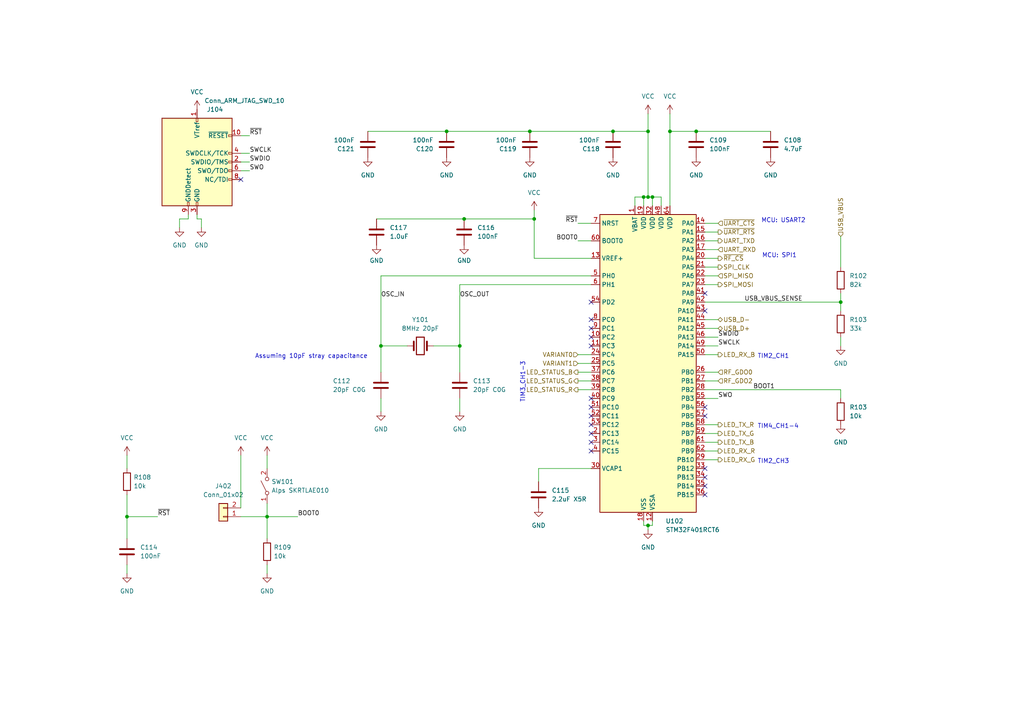
<source format=kicad_sch>
(kicad_sch (version 20230121) (generator eeschema)
  (paper "A4")
  (title_block (title "RF McQuack CC1101") (date "2023-11-10") (rev "1") (company "Andreas Sandberg <andreas@sandberg.uk>"))
  (lib_symbols
    (symbol "Connector:Conn_ARM_JTAG_SWD_10" (pin_names (offset 1.016))
      (property "Reference" "J" (at -2.54 16.51 0))
      (property "Value" "Conn_ARM_JTAG_SWD_10" (at -2.54 13.97 0))
      (symbol "Conn_ARM_JTAG_SWD_10_0_1"
        (rectangle (start -10.16 12.7) (end 10.16 -12.7) (stroke (width 0.254)) (fill (type background)))
        (rectangle (start -2.794 -12.7) (end -2.286 -11.684))
        (rectangle (start -0.254 -12.7) (end 0.254 -11.684))
        (rectangle (start -0.254 12.7) (end 0.254 11.684))
        (rectangle (start 9.144 2.286) (end 10.16 2.794))
        (rectangle (start 10.16 -2.794) (end 9.144 -2.286))
        (rectangle (start 10.16 -0.254) (end 9.144 0.254))
        (rectangle (start 10.16 7.874) (end 9.144 7.366))
      )
      (symbol "Conn_ARM_JTAG_SWD_10_1_1"
        (rectangle (start 9.144 -5.334) (end 10.16 -4.826))
        (pin power_in line (at 0 15.24 270) (length 2.54) (name "VTref") (number "1"))
        (pin open_collector line (at 12.7 7.62 180) (length 2.54) (name "~{RESET}") (number "10"))
        (pin bidirectional line (at 12.7 0 180) (length 2.54) (name "SWDIO/TMS") (number "2"))
        (pin power_in line (at 0 -15.24 90) (length 2.54) (name "GND") (number "3"))
        (pin output line (at 12.7 2.54 180) (length 2.54) (name "SWDCLK/TCK") (number "4"))
        (pin passive line (at 0 -15.24 90) (length 2.54) hide (name "GND") (number "5"))
        (pin input line (at 12.7 -2.54 180) (length 2.54) (name "SWO/TDO") (number "6"))
        (pin no_connect line (at -10.16 0 0) (length 2.54) hide (name "KEY") (number "7"))
        (pin output line (at 12.7 -5.08 180) (length 2.54) (name "NC/TDI") (number "8"))
        (pin passive line (at -2.54 -15.24 90) (length 2.54) (name "GNDDetect") (number "9"))
      )
    )
    (symbol "Connector_Generic:Conn_01x02" (pin_names (offset 1.016) hide)
      (property "Reference" "J" (at 0 2.54 0))
      (property "Value" "Conn_01x02" (at 0 -5.08 0))
      (symbol "Conn_01x02_1_1"
        (rectangle (start -1.27 -2.413) (end 0 -2.667) (stroke (width 0.1524)))
        (rectangle (start -1.27 0.127) (end 0 -0.127) (stroke (width 0.1524)))
        (rectangle (start -1.27 1.27) (end 1.27 -3.81) (stroke (width 0.254)) (fill (type background)))
        (pin passive line (at -5.08 0 0) (length 3.81) (name "Pin_1") (number "1"))
        (pin passive line (at -5.08 -2.54 0) (length 3.81) (name "Pin_2") (number "2"))
      )
    )
    (symbol "Device:C" (pin_numbers hide) (pin_names (offset 0.254))
      (property "Reference" "C" (at 0.635 2.54 0))
      (property "Value" "C" (at 0.635 -2.54 0))
      (symbol "C_0_1"
        (polyline (pts (xy -2.032 -0.762) (xy 2.032 -0.762)) (stroke (width 0.508)))
        (polyline (pts (xy -2.032 0.762) (xy 2.032 0.762)) (stroke (width 0.508)))
      )
      (symbol "C_1_1"
        (pin passive line (at 0 3.81 270) (length 2.794) (name "~") (number "1"))
        (pin passive line (at 0 -3.81 90) (length 2.794) (name "~") (number "2"))
      )
    )
    (symbol "Device:Crystal" (pin_numbers hide) (pin_names (offset 1.016) hide)
      (property "Reference" "Y" (at 0 3.81 0))
      (property "Value" "Crystal" (at 0 -3.81 0))
      (symbol "Crystal_0_1"
        (rectangle (start -1.143 2.54) (end 1.143 -2.54) (stroke (width 0.3048)))
        (polyline (pts (xy -2.54 0) (xy -1.905 0)))
        (polyline (pts (xy -1.905 -1.27) (xy -1.905 1.27)) (stroke (width 0.508)))
        (polyline (pts (xy 1.905 -1.27) (xy 1.905 1.27)) (stroke (width 0.508)))
        (polyline (pts (xy 2.54 0) (xy 1.905 0)))
      )
      (symbol "Crystal_1_1"
        (pin passive line (at -3.81 0 0) (length 1.27) (name "1") (number "1"))
        (pin passive line (at 3.81 0 180) (length 1.27) (name "2") (number "2"))
      )
    )
    (symbol "Device:R" (pin_numbers hide) (pin_names (offset 0))
      (property "Reference" "R" (at 2.032 0 90))
      (property "Value" "R" (at 0 0 90))
      (symbol "R_0_1"
        (rectangle (start -1.016 -2.54) (end 1.016 2.54) (stroke (width 0.254)))
      )
      (symbol "R_1_1"
        (pin passive line (at 0 3.81 270) (length 1.27) (name "~") (number "1"))
        (pin passive line (at 0 -3.81 90) (length 1.27) (name "~") (number "2"))
      )
    )
    (symbol "MCU_ST_STM32F4:STM32F401RCTx"
      (property "Reference" "U" (at -12.7 44.45 0))
      (property "Value" "STM32F401RCTx" (at 10.16 44.45 0))
      (symbol "STM32F401RCTx_0_1"
        (rectangle (start -12.7 -43.18) (end 15.24 43.18) (stroke (width 0.254)) (fill (type background)))
      )
      (symbol "STM32F401RCTx_1_1"
        (pin power_in line (at -2.54 45.72 270) (length 2.54) (name "VBAT") (number "1"))
        (pin bidirectional line (at -15.24 7.62 0) (length 2.54) (name "PC2") (number "10"))
        (pin bidirectional line (at -15.24 5.08 0) (length 2.54) (name "PC3") (number "11"))
        (pin power_in line (at 2.54 -45.72 90) (length 2.54) (name "VSSA") (number "12"))
        (pin input line (at -15.24 30.48 0) (length 2.54) (name "VREF+") (number "13"))
        (pin bidirectional line (at 17.78 40.64 180) (length 2.54) (name "PA0") (number "14"))
        (pin bidirectional line (at 17.78 38.1 180) (length 2.54) (name "PA1") (number "15"))
        (pin bidirectional line (at 17.78 35.56 180) (length 2.54) (name "PA2") (number "16"))
        (pin bidirectional line (at 17.78 33.02 180) (length 2.54) (name "PA3") (number "17"))
        (pin power_in line (at 0 -45.72 90) (length 2.54) (name "VSS") (number "18"))
        (pin power_in line (at 0 45.72 270) (length 2.54) (name "VDD") (number "19"))
        (pin bidirectional line (at -15.24 -20.32 0) (length 2.54) (name "PC13") (number "2"))
        (pin bidirectional line (at 17.78 30.48 180) (length 2.54) (name "PA4") (number "20"))
        (pin bidirectional line (at 17.78 27.94 180) (length 2.54) (name "PA5") (number "21"))
        (pin bidirectional line (at 17.78 25.4 180) (length 2.54) (name "PA6") (number "22"))
        (pin bidirectional line (at 17.78 22.86 180) (length 2.54) (name "PA7") (number "23"))
        (pin bidirectional line (at -15.24 2.54 0) (length 2.54) (name "PC4") (number "24"))
        (pin bidirectional line (at -15.24 0 0) (length 2.54) (name "PC5") (number "25"))
        (pin bidirectional line (at 17.78 -2.54 180) (length 2.54) (name "PB0") (number "26"))
        (pin bidirectional line (at 17.78 -5.08 180) (length 2.54) (name "PB1") (number "27"))
        (pin bidirectional line (at 17.78 -7.62 180) (length 2.54) (name "PB2") (number "28"))
        (pin bidirectional line (at 17.78 -27.94 180) (length 2.54) (name "PB10") (number "29"))
        (pin bidirectional line (at -15.24 -22.86 0) (length 2.54) (name "PC14") (number "3"))
        (pin power_out line (at -15.24 -30.48 0) (length 2.54) (name "VCAP1") (number "30"))
        (pin passive line (at 0 -45.72 90) (length 2.54) hide (name "VSS") (number "31"))
        (pin power_in line (at 2.54 45.72 270) (length 2.54) (name "VDD") (number "32"))
        (pin bidirectional line (at 17.78 -30.48 180) (length 2.54) (name "PB12") (number "33"))
        (pin bidirectional line (at 17.78 -33.02 180) (length 2.54) (name "PB13") (number "34"))
        (pin bidirectional line (at 17.78 -35.56 180) (length 2.54) (name "PB14") (number "35"))
        (pin bidirectional line (at 17.78 -38.1 180) (length 2.54) (name "PB15") (number "36"))
        (pin bidirectional line (at -15.24 -2.54 0) (length 2.54) (name "PC6") (number "37"))
        (pin bidirectional line (at -15.24 -5.08 0) (length 2.54) (name "PC7") (number "38"))
        (pin bidirectional line (at -15.24 -7.62 0) (length 2.54) (name "PC8") (number "39"))
        (pin bidirectional line (at -15.24 -25.4 0) (length 2.54) (name "PC15") (number "4"))
        (pin bidirectional line (at -15.24 -10.16 0) (length 2.54) (name "PC9") (number "40"))
        (pin bidirectional line (at 17.78 20.32 180) (length 2.54) (name "PA8") (number "41"))
        (pin bidirectional line (at 17.78 17.78 180) (length 2.54) (name "PA9") (number "42"))
        (pin bidirectional line (at 17.78 15.24 180) (length 2.54) (name "PA10") (number "43"))
        (pin bidirectional line (at 17.78 12.7 180) (length 2.54) (name "PA11") (number "44"))
        (pin bidirectional line (at 17.78 10.16 180) (length 2.54) (name "PA12") (number "45"))
        (pin bidirectional line (at 17.78 7.62 180) (length 2.54) (name "PA13") (number "46"))
        (pin passive line (at 0 -45.72 90) (length 2.54) hide (name "VSS") (number "47"))
        (pin power_in line (at 5.08 45.72 270) (length 2.54) (name "VDD") (number "48"))
        (pin bidirectional line (at 17.78 5.08 180) (length 2.54) (name "PA14") (number "49"))
        (pin bidirectional line (at -15.24 25.4 0) (length 2.54) (name "PH0") (number "5"))
        (pin bidirectional line (at 17.78 2.54 180) (length 2.54) (name "PA15") (number "50"))
        (pin bidirectional line (at -15.24 -12.7 0) (length 2.54) (name "PC10") (number "51"))
        (pin bidirectional line (at -15.24 -15.24 0) (length 2.54) (name "PC11") (number "52"))
        (pin bidirectional line (at -15.24 -17.78 0) (length 2.54) (name "PC12") (number "53"))
        (pin bidirectional line (at -15.24 17.78 0) (length 2.54) (name "PD2") (number "54"))
        (pin bidirectional line (at 17.78 -10.16 180) (length 2.54) (name "PB3") (number "55"))
        (pin bidirectional line (at 17.78 -12.7 180) (length 2.54) (name "PB4") (number "56"))
        (pin bidirectional line (at 17.78 -15.24 180) (length 2.54) (name "PB5") (number "57"))
        (pin bidirectional line (at 17.78 -17.78 180) (length 2.54) (name "PB6") (number "58"))
        (pin bidirectional line (at 17.78 -20.32 180) (length 2.54) (name "PB7") (number "59"))
        (pin bidirectional line (at -15.24 22.86 0) (length 2.54) (name "PH1") (number "6"))
        (pin input line (at -15.24 35.56 0) (length 2.54) (name "BOOT0") (number "60"))
        (pin bidirectional line (at 17.78 -22.86 180) (length 2.54) (name "PB8") (number "61"))
        (pin bidirectional line (at 17.78 -25.4 180) (length 2.54) (name "PB9") (number "62"))
        (pin passive line (at 0 -45.72 90) (length 2.54) hide (name "VSS") (number "63"))
        (pin power_in line (at 7.62 45.72 270) (length 2.54) (name "VDD") (number "64"))
        (pin input line (at -15.24 40.64 0) (length 2.54) (name "NRST") (number "7"))
        (pin bidirectional line (at -15.24 12.7 0) (length 2.54) (name "PC0") (number "8"))
        (pin bidirectional line (at -15.24 10.16 0) (length 2.54) (name "PC1") (number "9"))
      )
    )
    (symbol "Switch:SW_SPST" (pin_names (offset 0) hide)
      (property "Reference" "SW" (at 0 3.175 0))
      (property "Value" "SW_SPST" (at 0 -2.54 0))
      (symbol "SW_SPST_0_0"
        (circle (center -2.032 0) (radius 0.508))
        (polyline (pts (xy -1.524 0.254) (xy 1.524 1.778)))
        (circle (center 2.032 0) (radius 0.508))
      )
      (symbol "SW_SPST_1_1"
        (pin passive line (at -5.08 0 0) (length 2.54) (name "A") (number "1"))
        (pin passive line (at 5.08 0 180) (length 2.54) (name "B") (number "2"))
      )
    )
    (symbol "power:GND" (power) (pin_names (offset 0))
      (property "Value" "GND" (at 0 -3.81 0))
      (symbol "GND_0_1"
        (polyline (pts (xy 0 0) (xy 0 -1.27) (xy 1.27 -1.27) (xy 0 -2.54) (xy -1.27 -1.27) (xy 0 -1.27)))
      )
      (symbol "GND_1_1"
        (pin power_in line (at 0 0 270) (length 0) hide (name "GND") (number "1"))
      )
    )
    (symbol "power:VCC" (power) (pin_names (offset 0))
      (property "Value" "VCC" (at 0 3.81 0))
      (symbol "VCC_0_1"
        (polyline (pts (xy -0.762 1.27) (xy 0 2.54)))
        (polyline (pts (xy 0 0) (xy 0 2.54)))
        (polyline (pts (xy 0 2.54) (xy 0.762 1.27)))
      )
      (symbol "VCC_1_1"
        (pin power_in line (at 0 0 90) (length 0) hide (name "VCC") (number "1"))
      )
    )
  )
  (junction (at 129.54 38.1))
  (junction (at 187.96 38.1))
  (junction (at 36.83 149.86))
  (junction (at 186.69 57.15))
  (junction (at 177.8 38.1))
  (junction (at 134.62 63.5))
  (junction (at 194.31 38.1))
  (junction (at 110.49 100.33))
  (junction (at 77.47 149.86))
  (junction (at 133.35 100.33))
  (junction (at 189.23 57.15))
  (junction (at 154.94 63.5))
  (junction (at 243.84 87.63))
  (junction (at 201.93 38.1))
  (junction (at 187.96 152.4))
  (junction (at 153.67 38.1))
  (junction (at 187.96 57.15))
  (no_connect (at 171.45 115.57))
  (no_connect (at 204.47 85.09))
  (no_connect (at 171.45 128.27))
  (no_connect (at 171.45 95.25))
  (no_connect (at 204.47 135.89))
  (no_connect (at 171.45 125.73))
  (no_connect (at 204.47 138.43))
  (no_connect (at 171.45 92.71))
  (no_connect (at 171.45 130.81))
  (no_connect (at 171.45 123.19))
  (no_connect (at 171.45 100.33))
  (no_connect (at 204.47 140.97))
  (no_connect (at 204.47 90.17))
  (no_connect (at 171.45 97.79))
  (no_connect (at 171.45 87.63))
  (no_connect (at 204.47 118.11))
  (no_connect (at 171.45 118.11))
  (no_connect (at 171.45 120.65))
  (no_connect (at 204.47 143.51))
  (no_connect (at 69.85 52.07))
  (no_connect (at 204.47 120.65))
  (wire (pts (xy 58.42 63.5) (xy 58.42 66.04)))
  (wire (pts (xy 243.84 113.03) (xy 243.84 115.57)))
  (wire (pts (xy 69.85 149.86) (xy 77.47 149.86)))
  (wire (pts (xy 36.83 132.08) (xy 36.83 135.89)))
  (wire (pts (xy 187.96 57.15) (xy 189.23 57.15)))
  (wire (pts (xy 204.47 77.47) (xy 208.28 77.47)))
  (wire (pts (xy 204.47 64.77) (xy 208.28 64.77)))
  (wire (pts (xy 36.83 163.83) (xy 36.83 166.37)))
  (wire (pts (xy 194.31 33.02) (xy 194.31 38.1)))
  (wire (pts (xy 204.47 133.35) (xy 208.28 133.35)))
  (wire (pts (xy 187.96 152.4) (xy 187.96 153.67)))
  (wire (pts (xy 194.31 38.1) (xy 194.31 59.69)))
  (wire (pts (xy 171.45 107.95) (xy 167.64 107.95)))
  (wire (pts (xy 243.84 85.09) (xy 243.84 87.63)))
  (wire (pts (xy 187.96 152.4) (xy 189.23 152.4)))
  (wire (pts (xy 204.47 123.19) (xy 208.28 123.19)))
  (wire (pts (xy 204.47 95.25) (xy 208.28 95.25)))
  (wire (pts (xy 57.15 62.23) (xy 57.15 63.5)))
  (wire (pts (xy 204.47 125.73) (xy 208.28 125.73)))
  (wire (pts (xy 204.47 113.03) (xy 243.84 113.03)))
  (wire (pts (xy 69.85 49.53) (xy 72.39 49.53)))
  (wire (pts (xy 54.61 62.23) (xy 54.61 63.5)))
  (wire (pts (xy 204.47 128.27) (xy 208.28 128.27)))
  (wire (pts (xy 201.93 38.1) (xy 223.52 38.1)))
  (wire (pts (xy 133.35 82.55) (xy 133.35 100.33)))
  (wire (pts (xy 156.21 139.7) (xy 156.21 135.89)))
  (wire (pts (xy 171.45 102.87) (xy 167.64 102.87)))
  (wire (pts (xy 194.31 38.1) (xy 201.93 38.1)))
  (wire (pts (xy 36.83 143.51) (xy 36.83 149.86)))
  (wire (pts (xy 171.45 110.49) (xy 167.64 110.49)))
  (wire (pts (xy 154.94 74.93) (xy 171.45 74.93)))
  (wire (pts (xy 110.49 115.57) (xy 110.49 119.38)))
  (wire (pts (xy 186.69 57.15) (xy 187.96 57.15)))
  (wire (pts (xy 69.85 39.37) (xy 72.39 39.37)))
  (wire (pts (xy 110.49 80.01) (xy 110.49 100.33)))
  (wire (pts (xy 171.45 113.03) (xy 167.64 113.03)))
  (wire (pts (xy 69.85 44.45) (xy 72.39 44.45)))
  (wire (pts (xy 156.21 135.89) (xy 171.45 135.89)))
  (wire (pts (xy 77.47 146.05) (xy 77.47 149.86)))
  (wire (pts (xy 243.84 97.79) (xy 243.84 100.33)))
  (wire (pts (xy 186.69 151.13) (xy 186.69 152.4)))
  (wire (pts (xy 189.23 152.4) (xy 189.23 151.13)))
  (wire (pts (xy 106.68 38.1) (xy 129.54 38.1)))
  (wire (pts (xy 36.83 149.86) (xy 45.72 149.86)))
  (wire (pts (xy 77.47 149.86) (xy 77.47 156.21)))
  (wire (pts (xy 52.07 63.5) (xy 52.07 66.04)))
  (wire (pts (xy 189.23 57.15) (xy 191.77 57.15)))
  (wire (pts (xy 133.35 82.55) (xy 171.45 82.55)))
  (wire (pts (xy 171.45 105.41) (xy 167.64 105.41)))
  (wire (pts (xy 110.49 80.01) (xy 171.45 80.01)))
  (wire (pts (xy 129.54 38.1) (xy 153.67 38.1)))
  (wire (pts (xy 77.47 163.83) (xy 77.47 166.37)))
  (wire (pts (xy 204.47 92.71) (xy 208.28 92.71)))
  (wire (pts (xy 77.47 149.86) (xy 86.36 149.86)))
  (wire (pts (xy 204.47 102.87) (xy 208.28 102.87)))
  (wire (pts (xy 204.47 82.55) (xy 208.28 82.55)))
  (wire (pts (xy 57.15 63.5) (xy 58.42 63.5)))
  (wire (pts (xy 186.69 152.4) (xy 187.96 152.4)))
  (wire (pts (xy 204.47 67.31) (xy 208.28 67.31)))
  (wire (pts (xy 184.15 57.15) (xy 186.69 57.15)))
  (wire (pts (xy 69.85 132.08) (xy 69.85 147.32)))
  (wire (pts (xy 204.47 87.63) (xy 243.84 87.63)))
  (wire (pts (xy 153.67 38.1) (xy 177.8 38.1)))
  (wire (pts (xy 154.94 60.96) (xy 154.94 63.5)))
  (wire (pts (xy 204.47 115.57) (xy 208.28 115.57)))
  (wire (pts (xy 133.35 115.57) (xy 133.35 119.38)))
  (wire (pts (xy 187.96 38.1) (xy 187.96 57.15)))
  (wire (pts (xy 204.47 107.95) (xy 208.28 107.95)))
  (wire (pts (xy 189.23 57.15) (xy 189.23 59.69)))
  (wire (pts (xy 204.47 110.49) (xy 208.28 110.49)))
  (wire (pts (xy 243.84 87.63) (xy 243.84 90.17)))
  (wire (pts (xy 154.94 63.5) (xy 154.94 74.93)))
  (wire (pts (xy 134.62 63.5) (xy 154.94 63.5)))
  (wire (pts (xy 110.49 100.33) (xy 110.49 107.95)))
  (wire (pts (xy 177.8 38.1) (xy 187.96 38.1)))
  (wire (pts (xy 133.35 100.33) (xy 133.35 107.95)))
  (wire (pts (xy 167.64 69.85) (xy 171.45 69.85)))
  (wire (pts (xy 125.73 100.33) (xy 133.35 100.33)))
  (wire (pts (xy 243.84 68.58) (xy 243.84 77.47)))
  (wire (pts (xy 204.47 74.93) (xy 208.28 74.93)))
  (wire (pts (xy 186.69 57.15) (xy 186.69 59.69)))
  (wire (pts (xy 204.47 80.01) (xy 208.28 80.01)))
  (wire (pts (xy 69.85 46.99) (xy 72.39 46.99)))
  (wire (pts (xy 54.61 63.5) (xy 52.07 63.5)))
  (wire (pts (xy 204.47 130.81) (xy 208.28 130.81)))
  (wire (pts (xy 204.47 72.39) (xy 208.28 72.39)))
  (wire (pts (xy 109.22 63.5) (xy 134.62 63.5)))
  (wire (pts (xy 167.64 64.77) (xy 171.45 64.77)))
  (wire (pts (xy 187.96 33.02) (xy 187.96 38.1)))
  (wire (pts (xy 191.77 57.15) (xy 191.77 59.69)))
  (wire (pts (xy 36.83 149.86) (xy 36.83 156.21)))
  (wire (pts (xy 77.47 132.08) (xy 77.47 135.89)))
  (wire (pts (xy 110.49 100.33) (xy 118.11 100.33)))
  (wire (pts (xy 204.47 100.33) (xy 208.28 100.33)))
  (wire (pts (xy 204.47 97.79) (xy 208.28 97.79)))
  (wire (pts (xy 204.47 69.85) (xy 208.28 69.85)))
  (wire (pts (xy 184.15 59.69) (xy 184.15 57.15)))
  (text "TIM2_CH1" (at 219.71 104.14 0) (effects (font (size 1.27 1.27)) (justify left bottom)))
  (text "TIM3_CH1-3" (at 152.4 116.84 90) (effects (font (size 1.27 1.27)) (justify left bottom)))
  (text "MCU: USART2" (at 233.68 64.77 0) (effects (font (size 1.27 1.27)) (justify right bottom)))
  (text "TIM4_CH1-4" (at 219.71 124.46 0) (effects (font (size 1.27 1.27)) (justify left bottom)))
  (text "Assuming 10pF stray capacitance\n" (at 106.68 104.14 0) (effects (font (size 1.27 1.27)) (justify right bottom)))
  (text "TIM2_CH3" (at 219.71 134.62 0) (effects (font (size 1.27 1.27)) (justify left bottom)))
  (text "MCU: SPI1" (at 231.14 74.93 0) (effects (font (size 1.27 1.27)) (justify right bottom)))
  (label "USB_VBUS_SENSE" (at 215.9 87.63 0))
  (label "OSC_IN" (at 110.49 86.36 0))
  (label "~{RST}" (at 45.72 149.86 0))
  (label "BOOT1" (at 218.44 113.03 0))
  (label "SWDIO" (at 72.39 46.99 0))
  (label "BOOT0" (at 86.36 149.86 0))
  (label "BOOT0" (at 167.64 69.85 180))
  (label "SWCLK" (at 208.28 100.33 0))
  (label "~{RST}" (at 167.64 64.77 180))
  (label "OSC_OUT" (at 133.35 86.36 0))
  (label "SWO" (at 72.39 49.53 0))
  (label "SWCLK" (at 72.39 44.45 0))
  (label "~{RST}" (at 72.39 39.37 0))
  (label "SWO" (at 208.28 115.57 0))
  (label "SWDIO" (at 208.28 97.79 0))
  (hierarchical_label "USB_D-" (shape bidirectional) (at 208.28 92.71 0))
  (hierarchical_label "VARIANT0" (shape input) (at 167.64 102.87 180))
  (hierarchical_label "LED_STATUS_G" (shape output) (at 167.64 110.49 180))
  (hierarchical_label "SPI_MOSI" (shape output) (at 208.28 82.55 0))
  (hierarchical_label "USB_VBUS" (shape input) (at 243.84 68.58 90))
  (hierarchical_label "USB_D+" (shape bidirectional) (at 208.28 95.25 0))
  (hierarchical_label "~{UART_CTS}" (shape input) (at 208.28 64.77 0))
  (hierarchical_label "UART_RXD" (shape input) (at 208.28 72.39 0))
  (hierarchical_label "LED_STATUS_R" (shape output) (at 167.64 113.03 180))
  (hierarchical_label "SPI_MISO" (shape input) (at 208.28 80.01 0))
  (hierarchical_label "VARIANT1" (shape input) (at 167.64 105.41 180))
  (hierarchical_label "LED_TX_R" (shape output) (at 208.28 123.19 0))
  (hierarchical_label "~{UART_RTS}" (shape output) (at 208.28 67.31 0))
  (hierarchical_label "RF_GDO0" (shape input) (at 208.28 107.95 0))
  (hierarchical_label "RF_GDO2" (shape input) (at 208.28 110.49 0))
  (hierarchical_label "LED_TX_B" (shape output) (at 208.28 128.27 0))
  (hierarchical_label "LED_STATUS_B" (shape output) (at 167.64 107.95 180))
  (hierarchical_label "LED_RX_G" (shape output) (at 208.28 133.35 0))
  (hierarchical_label "LED_TX_G" (shape output) (at 208.28 125.73 0))
  (hierarchical_label "LED_RX_R" (shape output) (at 208.28 130.81 0))
  (hierarchical_label "SPI_CLK" (shape output) (at 208.28 77.47 0))
  (hierarchical_label "LED_RX_B" (shape output) (at 208.28 102.87 0))
  (hierarchical_label "~{RF_CS}" (shape output) (at 208.28 74.93 0))
  (hierarchical_label "UART_TXD" (shape output) (at 208.28 69.85 0))
  (symbol (lib_id "Device:C") (at 156.21 143.51 180) (unit 1)
    (property "Reference" "C115" (at 160.02 142.24 0) (effects (justify right)))
    (property "Value" "2.2uF X5R" (at 160.02 144.78 0) (effects (justify right)))
    (property "Footprint" "Capacitor_SMD:C_0603_1608Metric" (effects hide))
    (property "LCSC Part #" "C23630" (effects hide))
    (instances (project "cc1quack" (path "" (reference "C115") (unit 1)) (path "" (reference "C406") (unit 1))))
  )
  (symbol (lib_id "power:GND") (at 58.42 66.04 0) (unit 1)
    (property "Reference" "#PWR0150" (effects hide))
    (property "Value" "GND" (at 58.42 71.12 0))
    (instances (project "cc1quack" (path "" (reference "#PWR0150") (unit 1)) (path "" (reference "#PWR0408") (unit 1))))
  )
  (symbol (lib_id "MCU_ST_STM32F4:STM32F401RCTx") (at 186.69 105.41 0) (unit 1)
    (property "Reference" "U102" (at 193.04 151.13 0) (effects (justify left)))
    (property "Value" "STM32F401RCT6" (at 193.04 153.67 0) (effects (justify left)))
    (property "Footprint" "Package_QFP:LQFP-64_10x10mm_P0.5mm" (effects hide))
    (property "Datasheet" "https://www.st.com/resource/en/datasheet/stm32f401rc.pdf" (effects hide))
    (property "LCSC Part #" "C74524" (effects hide))
    (instances (project "cc1quack" (path "" (reference "U102") (unit 1)) (path "" (reference "U401") (unit 1))))
  )
  (symbol (lib_id "Device:C") (at 134.62 67.31 0) (mirror x) (unit 1)
    (property "Reference" "C116" (at 138.43 66.04 0) (effects (justify left)))
    (property "Value" "100nF" (at 138.43 68.58 0) (effects (justify left)))
    (property "Footprint" "Capacitor_SMD:C_0603_1608Metric" (effects hide))
    (property "LCSC Part #" "C14663" (effects hide))
    (instances (project "cc1quack" (path "" (reference "C116") (unit 1)) (path "" (reference "C405") (unit 1))))
  )
  (symbol (lib_id "Device:C") (at 177.8 41.91 0) (mirror y) (unit 1)
    (property "Reference" "C118" (at 173.99 43.18 0) (effects (justify left)))
    (property "Value" "100nF" (at 173.99 40.64 0) (effects (justify left)))
    (property "Footprint" "Capacitor_SMD:C_0603_1608Metric" (effects hide))
    (property "LCSC Part #" "C14663" (effects hide))
    (instances (project "cc1quack" (path "" (reference "C118") (unit 1)) (path "" (reference "C409") (unit 1))))
  )
  (symbol (lib_id "Device:C") (at 153.67 41.91 0) (mirror y) (unit 1)
    (property "Reference" "C119" (at 149.86 43.18 0) (effects (justify left)))
    (property "Value" "100nF" (at 149.86 40.64 0) (effects (justify left)))
    (property "Footprint" "Capacitor_SMD:C_0603_1608Metric" (effects hide))
    (property "LCSC Part #" "C14663" (effects hide))
    (instances (project "cc1quack" (path "" (reference "C119") (unit 1)) (path "" (reference "C410") (unit 1))))
  )
  (symbol (lib_id "power:VCC") (at 187.96 33.02 0) (unit 1)
    (property "Reference" "#PWR0156" (effects hide))
    (property "Value" "VCC" (at 187.96 27.94 0))
    (instances (project "cc1quack" (path "" (reference "#PWR0156") (unit 1)) (path "" (reference "#PWR0421") (unit 1))))
  )
  (symbol (lib_id "power:GND") (at 201.93 45.72 0) (unit 1)
    (property "Reference" "#PWR0154" (effects hide))
    (property "Value" "GND" (at 201.93 50.8 0))
    (instances (project "cc1quack" (path "" (reference "#PWR0154") (unit 1)) (path "" (reference "#PWR0419") (unit 1))))
  )
  (symbol (lib_id "Device:C") (at 201.93 41.91 0) (mirror x) (unit 1)
    (property "Reference" "C109" (at 205.74 40.64 0) (effects (justify left)))
    (property "Value" "100nF" (at 205.74 43.18 0) (effects (justify left)))
    (property "Footprint" "Capacitor_SMD:C_0603_1608Metric" (effects hide))
    (property "LCSC Part #" "C14663" (effects hide))
    (instances (project "cc1quack" (path "" (reference "C109") (unit 1)) (path "" (reference "C407") (unit 1))))
  )
  (symbol (lib_id "Device:C") (at 36.83 160.02 0) (mirror x) (unit 1)
    (property "Reference" "C114" (at 40.64 158.75 0) (effects (justify left)))
    (property "Value" "100nF" (at 40.64 161.29 0) (effects (justify left)))
    (property "Footprint" "Capacitor_SMD:C_0603_1608Metric" (effects hide))
    (property "LCSC Part #" "C14663" (effects hide))
    (instances (project "cc1quack" (path "" (reference "C114") (unit 1)) (path "" (reference "C401") (unit 1))))
  )
  (symbol (lib_id "power:GND") (at 129.54 45.72 0) (unit 1)
    (property "Reference" "#PWR0151" (effects hide))
    (property "Value" "GND" (at 129.54 50.8 0))
    (instances (project "cc1quack" (path "" (reference "#PWR0151") (unit 1)) (path "" (reference "#PWR0424") (unit 1))))
  )
  (symbol (lib_id "Connector:Conn_ARM_JTAG_SWD_10") (at 57.15 46.99 0) (unit 1) (in_bom no)
    (property "Reference" "J104" (at 64.77 31.75 0) (effects (justify right)))
    (property "Value" "Conn_ARM_JTAG_SWD_10" (at 82.55 29.21 0) (effects (justify right)))
    (property "Footprint" "Connector:Tag-Connect_TC2050-IDC-NL_2x05_P1.27mm_Vertical_with_bottom_clip" (effects hide))
    (property "Datasheet" "http://infocenter.arm.com/help/topic/com.arm.doc.ddi0314h/DDI0314H_coresight_components_trm.pdf" (effects hide))
    (instances (project "cc1quack" (path "" (reference "J104") (unit 1)) (path "" (reference "J401") (unit 1))))
  )
  (symbol (lib_id "power:GND") (at 77.47 166.37 0) (unit 1)
    (property "Reference" "#PWR0132" (effects hide))
    (property "Value" "GND" (at 77.47 171.45 0))
    (instances (project "cc1quack" (path "" (reference "#PWR0132") (unit 1)) (path "" (reference "#PWR0404") (unit 1))))
  )
  (symbol (lib_id "power:VCC") (at 69.85 132.08 0) (unit 1)
    (property "Reference" "#PWR0125" (effects hide))
    (property "Value" "VCC" (at 69.85 127 0))
    (instances (project "cc1quack" (path "" (reference "#PWR0125") (unit 1)) (path "" (reference "#PWR0426") (unit 1))))
  )
  (symbol (lib_id "power:GND") (at 52.07 66.04 0) (unit 1)
    (property "Reference" "#PWR0134" (effects hide))
    (property "Value" "GND" (at 52.07 71.12 0))
    (instances (project "cc1quack" (path "" (reference "#PWR0134") (unit 1)) (path "" (reference "#PWR0406") (unit 1))))
  )
  (symbol (lib_id "power:GND") (at 223.52 45.72 0) (unit 1)
    (property "Reference" "#PWR0155" (effects hide))
    (property "Value" "GND" (at 223.52 50.8 0))
    (instances (project "cc1quack" (path "" (reference "#PWR0155") (unit 1)) (path "" (reference "#PWR0420") (unit 1))))
  )
  (symbol (lib_id "Device:C") (at 109.22 67.31 180) (unit 1)
    (property "Reference" "C117" (at 113.03 66.04 0) (effects (justify right)))
    (property "Value" "1.0uF" (at 113.03 68.58 0) (effects (justify right)))
    (property "Footprint" "Capacitor_SMD:C_0603_1608Metric" (effects hide))
    (property "LCSC Part #" "C15849" (effects hide))
    (instances (project "cc1quack" (path "" (reference "C117") (unit 1)) (path "" (reference "C404") (unit 1))))
  )
  (symbol (lib_id "Device:R") (at 77.47 160.02 0) (unit 1)
    (property "Reference" "R109" (at 79.375 158.7499 0) (effects (justify left)))
    (property "Value" "10k" (at 79.375 161.2899 0) (effects (justify left)))
    (property "Footprint" "Resistor_SMD:R_0603_1608Metric" (effects hide))
    (property "LCSC Part #" "C25804" (effects hide))
    (instances (project "cc1quack" (path "" (reference "R109") (unit 1)) (path "" (reference "R402") (unit 1))))
  )
  (symbol (lib_id "power:GND") (at 133.35 119.38 0) (unit 1)
    (property "Reference" "#PWR0123" (effects hide))
    (property "Value" "GND" (at 133.35 124.46 0))
    (instances (project "cc1quack" (path "" (reference "#PWR0123") (unit 1)) (path "" (reference "#PWR0411") (unit 1))))
  )
  (symbol (lib_id "Connector_Generic:Conn_01x02") (at 64.77 149.86 180) (unit 1) (in_bom no)
    (property "Reference" "J402" (at 64.77 140.97 0))
    (property "Value" "Conn_01x02" (at 64.77 143.51 0))
    (property "Footprint" "Connector_PinHeader_2.54mm:PinHeader_1x02_P2.54mm_Vertical" (effects hide))
  )
  (symbol (lib_id "power:GND") (at 156.21 147.32 0) (unit 1)
    (property "Reference" "#PWR0137" (effects hide))
    (property "Value" "GND" (at 156.21 152.4 0))
    (instances (project "cc1quack" (path "" (reference "#PWR0137") (unit 1)) (path "" (reference "#PWR0415") (unit 1))))
  )
  (symbol (lib_id "power:VCC") (at 36.83 132.08 0) (unit 1)
    (property "Reference" "#PWR0124" (effects hide))
    (property "Value" "VCC" (at 36.83 127 0))
    (instances (project "cc1quack" (path "" (reference "#PWR0124") (unit 1)) (path "" (reference "#PWR0401") (unit 1))))
  )
  (symbol (lib_id "power:GND") (at 134.62 71.12 0) (unit 1)
    (property "Reference" "#PWR0138" (effects hide))
    (property "Value" "GND" (at 134.62 75.565 0))
    (instances (project "cc1quack" (path "" (reference "#PWR0138") (unit 1)) (path "" (reference "#PWR0413") (unit 1))))
  )
  (symbol (lib_id "power:GND") (at 243.84 123.19 0) (unit 1)
    (property "Reference" "#PWR0130" (effects hide))
    (property "Value" "GND" (at 243.84 128.27 0))
    (instances (project "cc1quack" (path "" (reference "#PWR0130") (unit 1)) (path "" (reference "#PWR0417") (unit 1))))
  )
  (symbol (lib_id "Device:R") (at 243.84 119.38 180) (unit 1)
    (property "Reference" "R103" (at 246.38 118.11 0) (effects (justify right)))
    (property "Value" "10k" (at 246.38 120.65 0) (effects (justify right)))
    (property "Footprint" "Resistor_SMD:R_0603_1608Metric" (effects hide))
    (property "LCSC Part #" "C25804" (effects hide))
    (instances (project "cc1quack" (path "" (reference "R103") (unit 1)) (path "" (reference "R204") (unit 1)) (path "" (reference "R405") (unit 1))))
  )
  (symbol (lib_id "power:GND") (at 177.8 45.72 0) (unit 1)
    (property "Reference" "#PWR0153" (effects hide))
    (property "Value" "GND" (at 177.8 50.8 0))
    (instances (project "cc1quack" (path "" (reference "#PWR0153") (unit 1)) (path "" (reference "#PWR0422") (unit 1))))
  )
  (symbol (lib_id "Device:C") (at 106.68 41.91 0) (mirror y) (unit 1)
    (property "Reference" "C121" (at 102.87 43.18 0) (effects (justify left)))
    (property "Value" "100nF" (at 102.87 40.64 0) (effects (justify left)))
    (property "Footprint" "Capacitor_SMD:C_0603_1608Metric" (effects hide))
    (property "LCSC Part #" "C14663" (effects hide))
    (instances (project "cc1quack" (path "" (reference "C121") (unit 1)) (path "" (reference "C412") (unit 1))))
  )
  (symbol (lib_id "power:VCC") (at 77.47 132.08 0) (unit 1)
    (property "Reference" "#PWR0125" (effects hide))
    (property "Value" "VCC" (at 77.47 127 0))
    (instances (project "cc1quack" (path "" (reference "#PWR0125") (unit 1)) (path "" (reference "#PWR0403") (unit 1))))
  )
  (symbol (lib_id "power:GND") (at 153.67 45.72 0) (unit 1)
    (property "Reference" "#PWR0152" (effects hide))
    (property "Value" "GND" (at 153.67 50.8 0))
    (instances (project "cc1quack" (path "" (reference "#PWR0152") (unit 1)) (path "" (reference "#PWR0423") (unit 1))))
  )
  (symbol (lib_id "power:GND") (at 243.84 100.33 0) (unit 1)
    (property "Reference" "#PWR0101" (effects hide))
    (property "Value" "GND" (at 243.84 105.41 0))
    (instances (project "cc1quack" (path "" (reference "#PWR0101") (unit 1)) (path "" (reference "#PWR0210") (unit 1)) (path "" (reference "#PWR0405") (unit 1))))
  )
  (symbol (lib_id "power:VCC") (at 57.15 31.75 0) (unit 1)
    (property "Reference" "#PWR0129" (effects hide))
    (property "Value" "VCC" (at 57.15 26.67 0))
    (instances (project "cc1quack" (path "" (reference "#PWR0129") (unit 1)) (path "" (reference "#PWR0407") (unit 1))))
  )
  (symbol (lib_id "Device:R") (at 36.83 139.7 0) (unit 1)
    (property "Reference" "R108" (at 38.735 138.4299 0) (effects (justify left)))
    (property "Value" "10k" (at 38.735 140.9699 0) (effects (justify left)))
    (property "Footprint" "Resistor_SMD:R_0603_1608Metric" (effects hide))
    (property "LCSC Part #" "C25804" (effects hide))
    (instances (project "cc1quack" (path "" (reference "R108") (unit 1)) (path "" (reference "R401") (unit 1))))
  )
  (symbol (lib_id "Device:R") (at 243.84 81.28 0) (unit 1)
    (property "Reference" "R102" (at 246.38 80.01 0) (effects (justify left)))
    (property "Value" "82k" (at 246.38 82.55 0) (effects (justify left)))
    (property "Footprint" "Resistor_SMD:R_0603_1608Metric" (effects hide))
    (property "LCSC Part #" "C23254" (effects hide))
    (instances (project "cc1quack" (path "" (reference "R102") (unit 1)) (path "" (reference "R203") (unit 1)) (path "" (reference "R403") (unit 1))))
  )
  (symbol (lib_id "Device:C") (at 129.54 41.91 0) (mirror y) (unit 1)
    (property "Reference" "C120" (at 125.73 43.18 0) (effects (justify left)))
    (property "Value" "100nF" (at 125.73 40.64 0) (effects (justify left)))
    (property "Footprint" "Capacitor_SMD:C_0603_1608Metric" (effects hide))
    (property "LCSC Part #" "C14663" (effects hide))
    (instances (project "cc1quack" (path "" (reference "C120") (unit 1)) (path "" (reference "C411") (unit 1))))
  )
  (symbol (lib_id "power:VCC") (at 154.94 60.96 0) (unit 1)
    (property "Reference" "#PWR0145" (effects hide))
    (property "Value" "VCC" (at 154.94 55.88 0))
    (instances (project "cc1quack" (path "" (reference "#PWR0145") (unit 1)) (path "" (reference "#PWR0414") (unit 1))))
  )
  (symbol (lib_id "Device:C") (at 133.35 111.76 0) (unit 1)
    (property "Reference" "C113" (at 137.16 110.49 0) (effects (justify left)))
    (property "Value" "20pF C0G" (at 137.16 113.03 0) (effects (justify left)))
    (property "Footprint" "Capacitor_SMD:C_0603_1608Metric" (effects hide))
    (property "LCSC Part #" "C1648" (effects hide))
    (instances (project "cc1quack" (path "" (reference "C113") (unit 1)) (path "" (reference "C403") (unit 1))))
  )
  (symbol (lib_id "power:GND") (at 110.49 119.38 0) (unit 1)
    (property "Reference" "#PWR0122" (effects hide))
    (property "Value" "GND" (at 110.49 124.46 0))
    (instances (project "cc1quack" (path "" (reference "#PWR0122") (unit 1)) (path "" (reference "#PWR0409") (unit 1))))
  )
  (symbol (lib_id "Device:C") (at 223.52 41.91 180) (unit 1)
    (property "Reference" "C108" (at 227.33 40.64 0) (effects (justify right)))
    (property "Value" "4.7uF" (at 227.33 43.18 0) (effects (justify right)))
    (property "Footprint" "Capacitor_SMD:C_0603_1608Metric" (effects hide))
    (property "LCSC Part #" "C19666" (effects hide))
    (instances (project "cc1quack" (path "" (reference "C108") (unit 1)) (path "" (reference "C408") (unit 1))))
  )
  (symbol (lib_id "power:GND") (at 106.68 45.72 0) (unit 1)
    (property "Reference" "#PWR0114" (effects hide))
    (property "Value" "GND" (at 106.68 50.8 0))
    (instances (project "cc1quack" (path "" (reference "#PWR0114") (unit 1)) (path "" (reference "#PWR0425") (unit 1))))
  )
  (symbol (lib_id "Device:R") (at 243.84 93.98 0) (unit 1)
    (property "Reference" "R103" (at 246.38 92.71 0) (effects (justify left)))
    (property "Value" "33k" (at 246.38 95.25 0) (effects (justify left)))
    (property "Footprint" "Resistor_SMD:R_0603_1608Metric" (effects hide))
    (property "LCSC Part #" "C4216" (effects hide))
    (instances (project "cc1quack" (path "" (reference "R103") (unit 1)) (path "" (reference "R204") (unit 1)) (path "" (reference "R404") (unit 1))))
  )
  (symbol (lib_id "power:GND") (at 36.83 166.37 0) (unit 1)
    (property "Reference" "#PWR0131" (effects hide))
    (property "Value" "GND" (at 36.83 171.45 0))
    (instances (project "cc1quack" (path "" (reference "#PWR0131") (unit 1)) (path "" (reference "#PWR0402") (unit 1))))
  )
  (symbol (lib_id "power:VCC") (at 194.31 33.02 0) (unit 1)
    (property "Reference" "#PWR0111" (effects hide))
    (property "Value" "VCC" (at 194.31 27.94 0))
    (instances (project "cc1quack" (path "" (reference "#PWR0111") (unit 1)) (path "" (reference "#PWR0418") (unit 1))))
  )
  (symbol (lib_id "power:GND") (at 109.22 71.12 0) (unit 1)
    (property "Reference" "#PWR0144" (effects hide))
    (property "Value" "GND" (at 109.22 75.565 0))
    (instances (project "cc1quack" (path "" (reference "#PWR0144") (unit 1)) (path "" (reference "#PWR0412") (unit 1))))
  )
  (symbol (lib_id "power:GND") (at 187.96 153.67 0) (unit 1)
    (property "Reference" "#PWR0133" (effects hide))
    (property "Value" "GND" (at 187.96 158.75 0))
    (instances (project "cc1quack" (path "" (reference "#PWR0133") (unit 1)) (path "" (reference "#PWR0416") (unit 1))))
  )
  (symbol (lib_id "Switch:SW_SPST") (at 77.47 140.97 90) (unit 1)
    (property "Reference" "SW101" (at 78.74 139.7 90) (effects (justify right)))
    (property "Value" "Alps SKRTLAE010" (at 78.74 142.24 90) (effects (justify right)))
    (property "Footprint" "quack:SW_Push_1P1T-MP_NO_Horizontal_Alps_SKRTLAE010" (effects hide))
    (property "Datasheet" "https://tech.alpsalpine.com/e/products/detail/SKRTLAE010/" (effects hide))
    (property "LCSC Part #" "C110293" (effects hide))
    (instances (project "cc1quack" (path "" (reference "SW101") (unit 1)) (path "" (reference "SW401") (unit 1))))
  )
  (symbol (lib_id "Device:Crystal") (at 121.92 100.33 180) (unit 1)
    (property "Reference" "Y101" (at 121.92 92.71 0))
    (property "Value" "8MHz 20pF" (at 121.92 95.25 0))
    (property "Footprint" "Crystal:Crystal_SMD_HC49-SD" (effects hide))
    (property "Datasheet" "https://datasheet.lcsc.com/lcsc/2304140030_YXC-X49SM8MSD2SC_C12674.pdf" (effects hide))
    (property "LCSC Part #" "C12674" (effects hide))
    (property "Manufacturer" "Yangxing Tech" (effects hide))
    (property "Part number" "X49SM8MSD2SC" (effects hide))
    (instances (project "cc1quack" (path "" (reference "Y101") (unit 1)) (path "" (reference "Y401") (unit 1))))
  )
  (symbol (lib_id "Device:C") (at 110.49 111.76 0) (unit 1)
    (property "Reference" "C112" (at 96.52 110.49 0) (effects (justify left)))
    (property "Value" "20pF C0G" (at 96.52 113.03 0) (effects (justify left)))
    (property "Footprint" "Capacitor_SMD:C_0603_1608Metric" (effects hide))
    (property "LCSC Part #" "C1648" (effects hide))
    (instances (project "cc1quack" (path "" (reference "C112") (unit 1)) (path "" (reference "C402") (unit 1))))
  )
)
</source>
